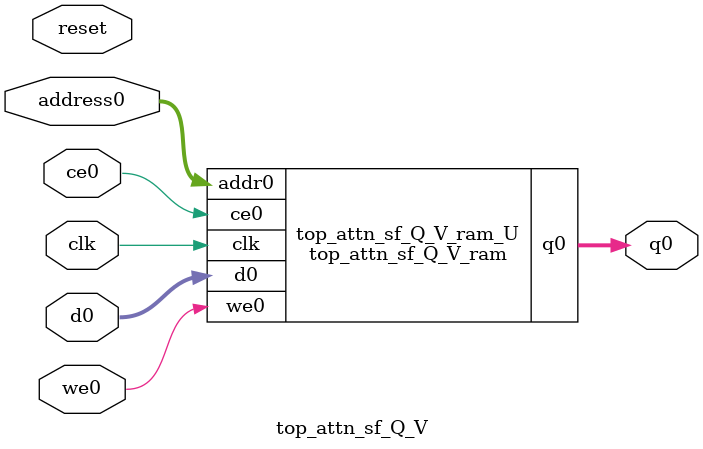
<source format=v>
`timescale 1 ns / 1 ps
module top_attn_sf_Q_V_ram (addr0, ce0, d0, we0, q0,  clk);

parameter DWIDTH = 24;
parameter AWIDTH = 14;
parameter MEM_SIZE = 9216;

input[AWIDTH-1:0] addr0;
input ce0;
input[DWIDTH-1:0] d0;
input we0;
output reg[DWIDTH-1:0] q0;
input clk;

(* ram_style = "block" *)reg [DWIDTH-1:0] ram[0:MEM_SIZE-1];




always @(posedge clk)  
begin 
    if (ce0) begin
        if (we0) 
            ram[addr0] <= d0; 
        q0 <= ram[addr0];
    end
end


endmodule

`timescale 1 ns / 1 ps
module top_attn_sf_Q_V(
    reset,
    clk,
    address0,
    ce0,
    we0,
    d0,
    q0);

parameter DataWidth = 32'd24;
parameter AddressRange = 32'd9216;
parameter AddressWidth = 32'd14;
input reset;
input clk;
input[AddressWidth - 1:0] address0;
input ce0;
input we0;
input[DataWidth - 1:0] d0;
output[DataWidth - 1:0] q0;



top_attn_sf_Q_V_ram top_attn_sf_Q_V_ram_U(
    .clk( clk ),
    .addr0( address0 ),
    .ce0( ce0 ),
    .we0( we0 ),
    .d0( d0 ),
    .q0( q0 ));

endmodule


</source>
